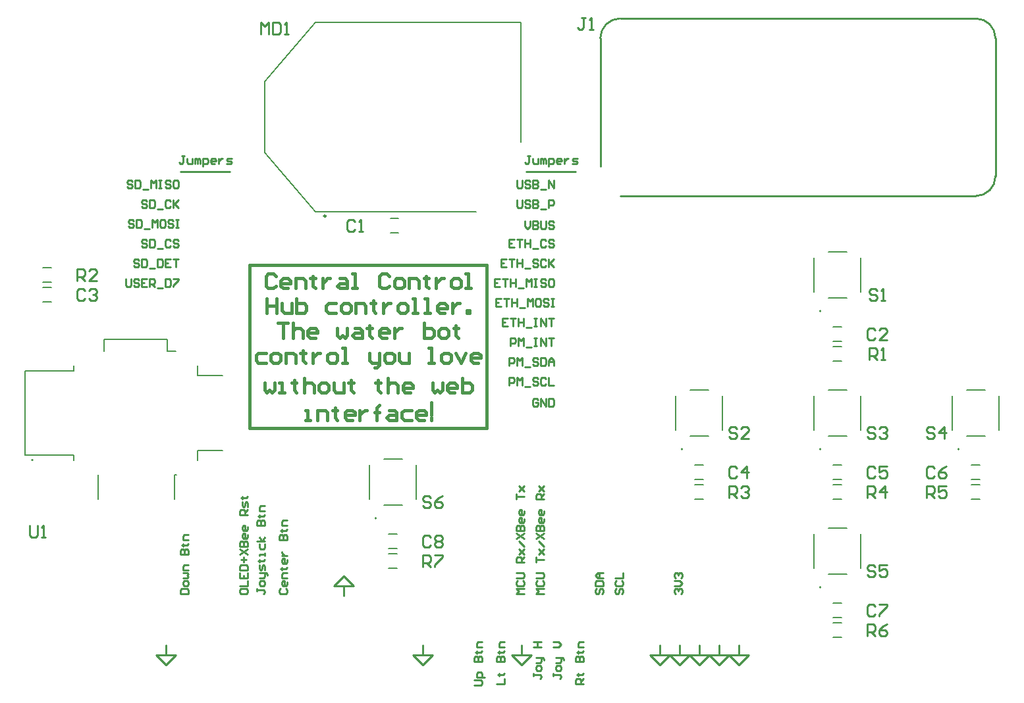
<source format=gto>
G04*
G04 #@! TF.GenerationSoftware,Altium Limited,Altium Designer,22.9.1 (49)*
G04*
G04 Layer_Color=65535*
%FSLAX24Y24*%
%MOIN*%
G70*
G04*
G04 #@! TF.SameCoordinates,D869CEA3-EDD9-45C0-ACDC-C570693A3B7D*
G04*
G04*
G04 #@! TF.FilePolarity,Positive*
G04*
G01*
G75*
%ADD10C,0.0079*%
%ADD11C,0.0098*%
%ADD12C,0.0100*%
%ADD13C,0.0150*%
%ADD14C,0.0050*%
D10*
X35663Y19170D02*
G03*
X35663Y19170I-39J0D01*
G01*
X18283Y22118D02*
G03*
X18283Y22118I-39J0D01*
G01*
X58163Y15670D02*
G03*
X58163Y15670I-39J0D01*
G01*
X65163Y22670D02*
G03*
X65163Y22670I-39J0D01*
G01*
X58163D02*
G03*
X58163Y22670I-39J0D01*
G01*
X51163D02*
G03*
X51163Y22670I-39J0D01*
G01*
X58163Y29670D02*
G03*
X58163Y29670I-39J0D01*
G01*
X42984Y38250D02*
Y44299D01*
X32587Y34701D02*
X40701D01*
X30016Y37689D02*
Y41311D01*
Y37689D02*
X32587Y34701D01*
X30016Y41311D02*
X32587Y44299D01*
X42984D01*
D11*
X33104Y34484D02*
G03*
X33104Y34484I-49J0D01*
G01*
D12*
X48000Y44500D02*
G03*
X47000Y43500I0J-1000D01*
G01*
X66000Y35500D02*
G03*
X67000Y36500I0J1000D01*
G01*
Y43500D02*
G03*
X66000Y44500I-1000J0D01*
G01*
X54000Y11750D02*
X54500Y12250D01*
X53750D02*
X54500D01*
X54000D02*
Y12750D01*
X53500Y12250D02*
X54000Y11750D01*
X53500Y12250D02*
X53750D01*
X53000Y11750D02*
X53500Y12250D01*
X52750D02*
X53500D01*
X53000D02*
Y12750D01*
X52500Y12250D02*
X53000Y11750D01*
X52500Y12250D02*
X52750D01*
X52000Y11750D02*
X52500Y12250D01*
X51750D02*
X52500D01*
X52000D02*
Y12750D01*
X51500Y12250D02*
X52000Y11750D01*
X51500Y12250D02*
X51750D01*
X51000Y11750D02*
X51500Y12250D01*
X50750D02*
X51500D01*
X51000D02*
Y12750D01*
X50500Y12250D02*
X51000Y11750D01*
X50500Y12250D02*
X50750D01*
X50000Y11750D02*
X50500Y12250D01*
X49750D02*
X50500D01*
X50000D02*
Y12750D01*
X49500Y12250D02*
X50000Y11750D01*
X49500Y12250D02*
X49750D01*
X43000Y11750D02*
X43500Y12250D01*
X42750D02*
X43500D01*
X43000D02*
Y12750D01*
X42500Y12250D02*
X43000Y11750D01*
X42500Y12250D02*
X42750D01*
X38000Y11750D02*
X38500Y12250D01*
X37750D02*
X38500D01*
X38000D02*
Y12750D01*
X37500Y12250D02*
X38000Y11750D01*
X37500Y12250D02*
X37750D01*
X25000Y11750D02*
X25500Y12250D01*
X24750D02*
X25500D01*
X25000D02*
Y12750D01*
X24500Y12250D02*
X25000Y11750D01*
X24500Y12250D02*
X24750D01*
X43250Y36750D02*
X45750D01*
X47000Y37000D02*
Y43500D01*
X34250Y15750D02*
X34500D01*
X34000Y16250D02*
X34500Y15750D01*
X34000Y15250D02*
Y15750D01*
X33500D02*
X34250D01*
X33500D02*
X34000Y16250D01*
X25750Y36750D02*
X28250D01*
X67000Y36500D02*
Y43500D01*
X48000Y44500D02*
X66000D01*
X48000Y35500D02*
X66000D01*
X38400Y20200D02*
X38300Y20300D01*
X38100D01*
X38000Y20200D01*
Y20100D01*
X38100Y20000D01*
X38300D01*
X38400Y19900D01*
Y19800D01*
X38300Y19700D01*
X38100D01*
X38000Y19800D01*
X39000Y20300D02*
X38800Y20200D01*
X38600Y20000D01*
Y19800D01*
X38700Y19700D01*
X38900D01*
X39000Y19800D01*
Y19900D01*
X38900Y20000D01*
X38600D01*
X38400Y18200D02*
X38300Y18300D01*
X38100D01*
X38000Y18200D01*
Y17800D01*
X38100Y17700D01*
X38300D01*
X38400Y17800D01*
X38600Y18200D02*
X38700Y18300D01*
X38900D01*
X39000Y18200D01*
Y18100D01*
X38900Y18000D01*
X39000Y17900D01*
Y17800D01*
X38900Y17700D01*
X38700D01*
X38600Y17800D01*
Y17900D01*
X38700Y18000D01*
X38600Y18100D01*
Y18200D01*
X38700Y18000D02*
X38900D01*
X38000Y16700D02*
Y17300D01*
X38300D01*
X38400Y17200D01*
Y17000D01*
X38300Y16900D01*
X38000D01*
X38200D02*
X38400Y16700D01*
X38600Y17300D02*
X39000D01*
Y17200D01*
X38600Y16800D01*
Y16700D01*
X43434Y37533D02*
X43300D01*
X43367D01*
Y37200D01*
X43300Y37133D01*
X43234D01*
X43167Y37200D01*
X43567Y37400D02*
Y37200D01*
X43634Y37133D01*
X43834D01*
Y37400D01*
X43967Y37133D02*
Y37400D01*
X44033D01*
X44100Y37333D01*
Y37133D01*
Y37333D01*
X44167Y37400D01*
X44233Y37333D01*
Y37133D01*
X44367Y37000D02*
Y37400D01*
X44567D01*
X44633Y37333D01*
Y37200D01*
X44567Y37133D01*
X44367D01*
X44967D02*
X44833D01*
X44767Y37200D01*
Y37333D01*
X44833Y37400D01*
X44967D01*
X45033Y37333D01*
Y37267D01*
X44767D01*
X45166Y37400D02*
Y37133D01*
Y37267D01*
X45233Y37333D01*
X45300Y37400D01*
X45366D01*
X45566Y37133D02*
X45766D01*
X45833Y37200D01*
X45766Y37267D01*
X45633D01*
X45566Y37333D01*
X45633Y37400D01*
X45833D01*
X28750Y15550D02*
Y15417D01*
X28817Y15350D01*
X29083D01*
X29150Y15417D01*
Y15550D01*
X29083Y15617D01*
X28817D01*
X28750Y15550D01*
Y15750D02*
X29150D01*
Y16016D01*
X28750Y16416D02*
Y16150D01*
X29150D01*
Y16416D01*
X28950Y16150D02*
Y16283D01*
X28750Y16550D02*
X29150D01*
Y16750D01*
X29083Y16816D01*
X28817D01*
X28750Y16750D01*
Y16550D01*
X28950Y16949D02*
Y17216D01*
X28817Y17083D02*
X29083D01*
X28750Y17349D02*
X29150Y17616D01*
X28750D02*
X29150Y17349D01*
X28750Y17749D02*
X29150D01*
Y17949D01*
X29083Y18016D01*
X29017D01*
X28950Y17949D01*
Y17749D01*
Y17949D01*
X28883Y18016D01*
X28817D01*
X28750Y17949D01*
Y17749D01*
X29150Y18349D02*
Y18216D01*
X29083Y18149D01*
X28950D01*
X28883Y18216D01*
Y18349D01*
X28950Y18416D01*
X29017D01*
Y18149D01*
X29150Y18749D02*
Y18616D01*
X29083Y18549D01*
X28950D01*
X28883Y18616D01*
Y18749D01*
X28950Y18816D01*
X29017D01*
Y18549D01*
X29150Y19349D02*
X28750D01*
Y19549D01*
X28817Y19615D01*
X28950D01*
X29017Y19549D01*
Y19349D01*
Y19482D02*
X29150Y19615D01*
Y19749D02*
Y19949D01*
X29083Y20015D01*
X29017Y19949D01*
Y19815D01*
X28950Y19749D01*
X28883Y19815D01*
Y20015D01*
X28817Y20215D02*
X28883D01*
Y20148D01*
Y20282D01*
Y20215D01*
X29083D01*
X29150Y20282D01*
X43850Y25183D02*
X43784Y25250D01*
X43650D01*
X43584Y25183D01*
Y24917D01*
X43650Y24850D01*
X43784D01*
X43850Y24917D01*
Y25050D01*
X43717D01*
X43984Y24850D02*
Y25250D01*
X44250Y24850D01*
Y25250D01*
X44383D02*
Y24850D01*
X44583D01*
X44650Y24917D01*
Y25183D01*
X44583Y25250D01*
X44383D01*
X42384Y25917D02*
Y26317D01*
X42584D01*
X42651Y26250D01*
Y26117D01*
X42584Y26050D01*
X42384D01*
X42784Y25917D02*
Y26317D01*
X42917Y26183D01*
X43051Y26317D01*
Y25917D01*
X43184Y25850D02*
X43450D01*
X43850Y26250D02*
X43784Y26317D01*
X43650D01*
X43584Y26250D01*
Y26183D01*
X43650Y26117D01*
X43784D01*
X43850Y26050D01*
Y25983D01*
X43784Y25917D01*
X43650D01*
X43584Y25983D01*
X44250Y26250D02*
X44183Y26317D01*
X44050D01*
X43984Y26250D01*
Y25983D01*
X44050Y25917D01*
X44183D01*
X44250Y25983D01*
X44383Y26317D02*
Y25917D01*
X44650D01*
X42384Y26917D02*
Y27317D01*
X42584D01*
X42651Y27250D01*
Y27117D01*
X42584Y27050D01*
X42384D01*
X42784Y26917D02*
Y27317D01*
X42917Y27183D01*
X43051Y27317D01*
Y26917D01*
X43184Y26850D02*
X43450D01*
X43850Y27250D02*
X43784Y27317D01*
X43650D01*
X43584Y27250D01*
Y27183D01*
X43650Y27117D01*
X43784D01*
X43850Y27050D01*
Y26983D01*
X43784Y26917D01*
X43650D01*
X43584Y26983D01*
X43984Y27317D02*
Y26917D01*
X44183D01*
X44250Y26983D01*
Y27250D01*
X44183Y27317D01*
X43984D01*
X44383Y26917D02*
Y27183D01*
X44517Y27317D01*
X44650Y27183D01*
Y26917D01*
Y27117D01*
X44383D01*
X42451Y27917D02*
Y28317D01*
X42651D01*
X42717Y28250D01*
Y28117D01*
X42651Y28050D01*
X42451D01*
X42851Y27917D02*
Y28317D01*
X42984Y28183D01*
X43117Y28317D01*
Y27917D01*
X43250Y27850D02*
X43517D01*
X43650Y28317D02*
X43784D01*
X43717D01*
Y27917D01*
X43650D01*
X43784D01*
X43984D02*
Y28317D01*
X44250Y27917D01*
Y28317D01*
X44383D02*
X44650D01*
X44517D01*
Y27917D01*
X42317Y29317D02*
X42051D01*
Y28917D01*
X42317D01*
X42051Y29117D02*
X42184D01*
X42451Y29317D02*
X42717D01*
X42584D01*
Y28917D01*
X42851Y29317D02*
Y28917D01*
Y29117D01*
X43117D01*
Y29317D01*
Y28917D01*
X43250Y28850D02*
X43517D01*
X43650Y29317D02*
X43784D01*
X43717D01*
Y28917D01*
X43650D01*
X43784D01*
X43984D02*
Y29317D01*
X44250Y28917D01*
Y29317D01*
X44383D02*
X44650D01*
X44517D01*
Y28917D01*
X41984Y30317D02*
X41718D01*
Y29917D01*
X41984D01*
X41718Y30117D02*
X41851D01*
X42117Y30317D02*
X42384D01*
X42251D01*
Y29917D01*
X42517Y30317D02*
Y29917D01*
Y30117D01*
X42784D01*
Y30317D01*
Y29917D01*
X42917Y29850D02*
X43184D01*
X43317Y29917D02*
Y30317D01*
X43450Y30183D01*
X43584Y30317D01*
Y29917D01*
X43917Y30317D02*
X43784D01*
X43717Y30250D01*
Y29983D01*
X43784Y29917D01*
X43917D01*
X43984Y29983D01*
Y30250D01*
X43917Y30317D01*
X44383Y30250D02*
X44317Y30317D01*
X44183D01*
X44117Y30250D01*
Y30183D01*
X44183Y30117D01*
X44317D01*
X44383Y30050D01*
Y29983D01*
X44317Y29917D01*
X44183D01*
X44117Y29983D01*
X44517Y30317D02*
X44650D01*
X44583D01*
Y29917D01*
X44517D01*
X44650D01*
X41918Y31317D02*
X41651D01*
Y30917D01*
X41918D01*
X41651Y31117D02*
X41784D01*
X42051Y31317D02*
X42317D01*
X42184D01*
Y30917D01*
X42451Y31317D02*
Y30917D01*
Y31117D01*
X42717D01*
Y31317D01*
Y30917D01*
X42851Y30850D02*
X43117D01*
X43250Y30917D02*
Y31317D01*
X43384Y31183D01*
X43517Y31317D01*
Y30917D01*
X43650Y31317D02*
X43784D01*
X43717D01*
Y30917D01*
X43650D01*
X43784D01*
X44250Y31250D02*
X44183Y31317D01*
X44050D01*
X43984Y31250D01*
Y31183D01*
X44050Y31117D01*
X44183D01*
X44250Y31050D01*
Y30983D01*
X44183Y30917D01*
X44050D01*
X43984Y30983D01*
X44583Y31317D02*
X44450D01*
X44383Y31250D01*
Y30983D01*
X44450Y30917D01*
X44583D01*
X44650Y30983D01*
Y31250D01*
X44583Y31317D01*
X42251Y32317D02*
X41984D01*
Y31917D01*
X42251D01*
X41984Y32117D02*
X42117D01*
X42384Y32317D02*
X42651D01*
X42517D01*
Y31917D01*
X42784Y32317D02*
Y31917D01*
Y32117D01*
X43051D01*
Y32317D01*
Y31917D01*
X43184Y31850D02*
X43450D01*
X43850Y32250D02*
X43784Y32317D01*
X43650D01*
X43584Y32250D01*
Y32183D01*
X43650Y32117D01*
X43784D01*
X43850Y32050D01*
Y31983D01*
X43784Y31917D01*
X43650D01*
X43584Y31983D01*
X44250Y32250D02*
X44183Y32317D01*
X44050D01*
X43984Y32250D01*
Y31983D01*
X44050Y31917D01*
X44183D01*
X44250Y31983D01*
X44383Y32317D02*
Y31917D01*
Y32050D01*
X44650Y32317D01*
X44450Y32117D01*
X44650Y31917D01*
X42651Y33317D02*
X42384D01*
Y32917D01*
X42651D01*
X42384Y33117D02*
X42517D01*
X42784Y33317D02*
X43051D01*
X42917D01*
Y32917D01*
X43184Y33317D02*
Y32917D01*
Y33117D01*
X43450D01*
Y33317D01*
Y32917D01*
X43584Y32850D02*
X43850D01*
X44250Y33250D02*
X44183Y33317D01*
X44050D01*
X43984Y33250D01*
Y32983D01*
X44050Y32917D01*
X44183D01*
X44250Y32983D01*
X44650Y33250D02*
X44583Y33317D01*
X44450D01*
X44383Y33250D01*
Y33183D01*
X44450Y33117D01*
X44583D01*
X44650Y33050D01*
Y32983D01*
X44583Y32917D01*
X44450D01*
X44383Y32983D01*
X43184Y34250D02*
Y33983D01*
X43317Y33850D01*
X43450Y33983D01*
Y34250D01*
X43584D02*
Y33850D01*
X43784D01*
X43850Y33917D01*
Y33983D01*
X43784Y34050D01*
X43584D01*
X43784D01*
X43850Y34117D01*
Y34183D01*
X43784Y34250D01*
X43584D01*
X43984D02*
Y33917D01*
X44050Y33850D01*
X44183D01*
X44250Y33917D01*
Y34250D01*
X44650Y34183D02*
X44583Y34250D01*
X44450D01*
X44383Y34183D01*
Y34117D01*
X44450Y34050D01*
X44583D01*
X44650Y33983D01*
Y33917D01*
X44583Y33850D01*
X44450D01*
X44383Y33917D01*
X42784Y35317D02*
Y34983D01*
X42851Y34917D01*
X42984D01*
X43051Y34983D01*
Y35317D01*
X43450Y35250D02*
X43384Y35317D01*
X43250D01*
X43184Y35250D01*
Y35183D01*
X43250Y35117D01*
X43384D01*
X43450Y35050D01*
Y34983D01*
X43384Y34917D01*
X43250D01*
X43184Y34983D01*
X43584Y35317D02*
Y34917D01*
X43784D01*
X43850Y34983D01*
Y35050D01*
X43784Y35117D01*
X43584D01*
X43784D01*
X43850Y35183D01*
Y35250D01*
X43784Y35317D01*
X43584D01*
X43984Y34850D02*
X44250D01*
X44383Y34917D02*
Y35317D01*
X44583D01*
X44650Y35250D01*
Y35117D01*
X44583Y35050D01*
X44383D01*
X42784Y36317D02*
Y35983D01*
X42851Y35917D01*
X42984D01*
X43051Y35983D01*
Y36317D01*
X43450Y36250D02*
X43384Y36317D01*
X43250D01*
X43184Y36250D01*
Y36183D01*
X43250Y36117D01*
X43384D01*
X43450Y36050D01*
Y35983D01*
X43384Y35917D01*
X43250D01*
X43184Y35983D01*
X43584Y36317D02*
Y35917D01*
X43784D01*
X43850Y35983D01*
Y36050D01*
X43784Y36117D01*
X43584D01*
X43784D01*
X43850Y36183D01*
Y36250D01*
X43784Y36317D01*
X43584D01*
X43984Y35850D02*
X44250D01*
X44383Y35917D02*
Y36317D01*
X44650Y35917D01*
Y36317D01*
X25934Y37533D02*
X25800D01*
X25867D01*
Y37200D01*
X25800Y37133D01*
X25734D01*
X25667Y37200D01*
X26067Y37400D02*
Y37200D01*
X26134Y37133D01*
X26334D01*
Y37400D01*
X26467Y37133D02*
Y37400D01*
X26533D01*
X26600Y37333D01*
Y37133D01*
Y37333D01*
X26667Y37400D01*
X26733Y37333D01*
Y37133D01*
X26867Y37000D02*
Y37400D01*
X27067D01*
X27133Y37333D01*
Y37200D01*
X27067Y37133D01*
X26867D01*
X27467D02*
X27333D01*
X27267Y37200D01*
Y37333D01*
X27333Y37400D01*
X27467D01*
X27533Y37333D01*
Y37267D01*
X27267D01*
X27666Y37400D02*
Y37133D01*
Y37267D01*
X27733Y37333D01*
X27800Y37400D01*
X27866D01*
X28066Y37133D02*
X28266D01*
X28333Y37200D01*
X28266Y37267D01*
X28133D01*
X28066Y37333D01*
X28133Y37400D01*
X28333D01*
X22984Y31317D02*
Y30983D01*
X23051Y30917D01*
X23184D01*
X23251Y30983D01*
Y31317D01*
X23651Y31250D02*
X23584Y31317D01*
X23451D01*
X23384Y31250D01*
Y31183D01*
X23451Y31117D01*
X23584D01*
X23651Y31050D01*
Y30983D01*
X23584Y30917D01*
X23451D01*
X23384Y30983D01*
X24051Y31317D02*
X23784D01*
Y30917D01*
X24051D01*
X23784Y31117D02*
X23917D01*
X24184Y30917D02*
Y31317D01*
X24384D01*
X24450Y31250D01*
Y31117D01*
X24384Y31050D01*
X24184D01*
X24317D02*
X24450Y30917D01*
X24584Y30850D02*
X24850D01*
X24984Y31317D02*
Y30917D01*
X25183D01*
X25250Y30983D01*
Y31250D01*
X25183Y31317D01*
X24984D01*
X25383D02*
X25650D01*
Y31250D01*
X25383Y30983D01*
Y30917D01*
X23651Y32250D02*
X23584Y32317D01*
X23451D01*
X23384Y32250D01*
Y32183D01*
X23451Y32117D01*
X23584D01*
X23651Y32050D01*
Y31983D01*
X23584Y31917D01*
X23451D01*
X23384Y31983D01*
X23784Y32317D02*
Y31917D01*
X23984D01*
X24051Y31983D01*
Y32250D01*
X23984Y32317D01*
X23784D01*
X24184Y31850D02*
X24450D01*
X24584Y32317D02*
Y31917D01*
X24784D01*
X24850Y31983D01*
Y32250D01*
X24784Y32317D01*
X24584D01*
X25250D02*
X24984D01*
Y31917D01*
X25250D01*
X24984Y32117D02*
X25117D01*
X25383Y32317D02*
X25650D01*
X25517D01*
Y31917D01*
X24051Y33250D02*
X23984Y33317D01*
X23851D01*
X23784Y33250D01*
Y33183D01*
X23851Y33117D01*
X23984D01*
X24051Y33050D01*
Y32983D01*
X23984Y32917D01*
X23851D01*
X23784Y32983D01*
X24184Y33317D02*
Y32917D01*
X24384D01*
X24450Y32983D01*
Y33250D01*
X24384Y33317D01*
X24184D01*
X24584Y32850D02*
X24850D01*
X25250Y33250D02*
X25183Y33317D01*
X25050D01*
X24984Y33250D01*
Y32983D01*
X25050Y32917D01*
X25183D01*
X25250Y32983D01*
X25650Y33250D02*
X25583Y33317D01*
X25450D01*
X25383Y33250D01*
Y33183D01*
X25450Y33117D01*
X25583D01*
X25650Y33050D01*
Y32983D01*
X25583Y32917D01*
X25450D01*
X25383Y32983D01*
X23384Y34250D02*
X23317Y34317D01*
X23184D01*
X23117Y34250D01*
Y34183D01*
X23184Y34117D01*
X23317D01*
X23384Y34050D01*
Y33983D01*
X23317Y33917D01*
X23184D01*
X23117Y33983D01*
X23517Y34317D02*
Y33917D01*
X23717D01*
X23784Y33983D01*
Y34250D01*
X23717Y34317D01*
X23517D01*
X23917Y33850D02*
X24184D01*
X24317Y33917D02*
Y34317D01*
X24450Y34183D01*
X24584Y34317D01*
Y33917D01*
X24917Y34317D02*
X24784D01*
X24717Y34250D01*
Y33983D01*
X24784Y33917D01*
X24917D01*
X24984Y33983D01*
Y34250D01*
X24917Y34317D01*
X25383Y34250D02*
X25317Y34317D01*
X25183D01*
X25117Y34250D01*
Y34183D01*
X25183Y34117D01*
X25317D01*
X25383Y34050D01*
Y33983D01*
X25317Y33917D01*
X25183D01*
X25117Y33983D01*
X25517Y34317D02*
X25650D01*
X25583D01*
Y33917D01*
X25517D01*
X25650D01*
X24051Y35250D02*
X23984Y35317D01*
X23851D01*
X23784Y35250D01*
Y35183D01*
X23851Y35117D01*
X23984D01*
X24051Y35050D01*
Y34983D01*
X23984Y34917D01*
X23851D01*
X23784Y34983D01*
X24184Y35317D02*
Y34917D01*
X24384D01*
X24450Y34983D01*
Y35250D01*
X24384Y35317D01*
X24184D01*
X24584Y34850D02*
X24850D01*
X25250Y35250D02*
X25183Y35317D01*
X25050D01*
X24984Y35250D01*
Y34983D01*
X25050Y34917D01*
X25183D01*
X25250Y34983D01*
X25383Y35317D02*
Y34917D01*
Y35050D01*
X25650Y35317D01*
X25450Y35117D01*
X25650Y34917D01*
X23317Y36250D02*
X23251Y36317D01*
X23117D01*
X23051Y36250D01*
Y36183D01*
X23117Y36117D01*
X23251D01*
X23317Y36050D01*
Y35983D01*
X23251Y35917D01*
X23117D01*
X23051Y35983D01*
X23451Y36317D02*
Y35917D01*
X23651D01*
X23717Y35983D01*
Y36250D01*
X23651Y36317D01*
X23451D01*
X23851Y35850D02*
X24117D01*
X24250Y35917D02*
Y36317D01*
X24384Y36183D01*
X24517Y36317D01*
Y35917D01*
X24650Y36317D02*
X24784D01*
X24717D01*
Y35917D01*
X24650D01*
X24784D01*
X25250Y36250D02*
X25183Y36317D01*
X25050D01*
X24984Y36250D01*
Y36183D01*
X25050Y36117D01*
X25183D01*
X25250Y36050D01*
Y35983D01*
X25183Y35917D01*
X25050D01*
X24984Y35983D01*
X25583Y36317D02*
X25450D01*
X25383Y36250D01*
Y35983D01*
X25450Y35917D01*
X25583D01*
X25650Y35983D01*
Y36250D01*
X25583Y36317D01*
X46150Y10767D02*
X45750D01*
Y10967D01*
X45817Y11034D01*
X45950D01*
X46017Y10967D01*
Y10767D01*
Y10901D02*
X46150Y11034D01*
X45817Y11234D02*
X45883D01*
Y11167D01*
Y11301D01*
Y11234D01*
X46083D01*
X46150Y11301D01*
X45750Y11900D02*
X46150D01*
Y12100D01*
X46083Y12167D01*
X46017D01*
X45950Y12100D01*
Y11900D01*
Y12100D01*
X45883Y12167D01*
X45817D01*
X45750Y12100D01*
Y11900D01*
X45817Y12367D02*
X45883D01*
Y12300D01*
Y12433D01*
Y12367D01*
X46083D01*
X46150Y12433D01*
Y12633D02*
X45883D01*
Y12833D01*
X45950Y12900D01*
X46150D01*
X44617Y11301D02*
Y11167D01*
Y11234D01*
X44950D01*
X45017Y11167D01*
Y11101D01*
X44950Y11034D01*
X45017Y11500D02*
Y11634D01*
X44950Y11700D01*
X44817D01*
X44750Y11634D01*
Y11500D01*
X44817Y11434D01*
X44950D01*
X45017Y11500D01*
X44750Y11834D02*
X44950D01*
X45017Y11900D01*
Y12100D01*
X45083D01*
X45150Y12034D01*
Y11967D01*
X45017Y12100D02*
X44750D01*
X44617Y12633D02*
X44883D01*
X45017Y12767D01*
X44883Y12900D01*
X44617D01*
X43617Y11301D02*
Y11167D01*
Y11234D01*
X43950D01*
X44017Y11167D01*
Y11101D01*
X43950Y11034D01*
X44017Y11500D02*
Y11634D01*
X43950Y11700D01*
X43817D01*
X43750Y11634D01*
Y11500D01*
X43817Y11434D01*
X43950D01*
X44017Y11500D01*
X43750Y11834D02*
X43950D01*
X44017Y11900D01*
Y12100D01*
X44083D01*
X44150Y12034D01*
Y11967D01*
X44017Y12100D02*
X43750D01*
X43617Y12633D02*
X44017D01*
X43817D01*
Y12900D01*
X43617D01*
X44017D01*
X41750Y10767D02*
X42150D01*
Y11034D01*
X41817Y11234D02*
X41883D01*
Y11167D01*
Y11301D01*
Y11234D01*
X42083D01*
X42150Y11301D01*
X41750Y11900D02*
X42150D01*
Y12100D01*
X42083Y12167D01*
X42017D01*
X41950Y12100D01*
Y11900D01*
Y12100D01*
X41883Y12167D01*
X41817D01*
X41750Y12100D01*
Y11900D01*
X41817Y12367D02*
X41883D01*
Y12300D01*
Y12433D01*
Y12367D01*
X42083D01*
X42150Y12433D01*
Y12633D02*
X41883D01*
Y12833D01*
X41950Y12900D01*
X42150D01*
X40617Y10701D02*
X40950D01*
X41017Y10767D01*
Y10901D01*
X40950Y10967D01*
X40617D01*
X41150Y11101D02*
X40750D01*
Y11301D01*
X40817Y11367D01*
X40950D01*
X41017Y11301D01*
Y11101D01*
X40617Y11900D02*
X41017D01*
Y12100D01*
X40950Y12167D01*
X40883D01*
X40817Y12100D01*
Y11900D01*
Y12100D01*
X40750Y12167D01*
X40683D01*
X40617Y12100D01*
Y11900D01*
X40683Y12367D02*
X40750D01*
Y12300D01*
Y12433D01*
Y12367D01*
X40950D01*
X41017Y12433D01*
Y12633D02*
X40750D01*
Y12833D01*
X40817Y12900D01*
X41017D01*
X50817Y15350D02*
X50750Y15417D01*
Y15550D01*
X50817Y15617D01*
X50883D01*
X50950Y15550D01*
Y15483D01*
Y15550D01*
X51017Y15617D01*
X51083D01*
X51150Y15550D01*
Y15417D01*
X51083Y15350D01*
X50750Y15750D02*
X51017D01*
X51150Y15883D01*
X51017Y16016D01*
X50750D01*
X50817Y16150D02*
X50750Y16216D01*
Y16350D01*
X50817Y16416D01*
X50883D01*
X50950Y16350D01*
Y16283D01*
Y16350D01*
X51017Y16416D01*
X51083D01*
X51150Y16350D01*
Y16216D01*
X51083Y16150D01*
X47817Y15617D02*
X47750Y15550D01*
Y15417D01*
X47817Y15350D01*
X47883D01*
X47950Y15417D01*
Y15550D01*
X48017Y15617D01*
X48083D01*
X48150Y15550D01*
Y15417D01*
X48083Y15350D01*
X47817Y16016D02*
X47750Y15950D01*
Y15817D01*
X47817Y15750D01*
X48083D01*
X48150Y15817D01*
Y15950D01*
X48083Y16016D01*
X47750Y16150D02*
X48150D01*
Y16416D01*
X46817Y15617D02*
X46750Y15550D01*
Y15417D01*
X46817Y15350D01*
X46883D01*
X46950Y15417D01*
Y15550D01*
X47017Y15617D01*
X47083D01*
X47150Y15550D01*
Y15417D01*
X47083Y15350D01*
X46750Y15750D02*
X47150D01*
Y15950D01*
X47083Y16016D01*
X46817D01*
X46750Y15950D01*
Y15750D01*
X47150Y16150D02*
X46883D01*
X46750Y16283D01*
X46883Y16416D01*
X47150D01*
X46950D01*
Y16150D01*
X43150Y15350D02*
X42750D01*
X42883Y15483D01*
X42750Y15617D01*
X43150D01*
X42817Y16016D02*
X42750Y15950D01*
Y15817D01*
X42817Y15750D01*
X43083D01*
X43150Y15817D01*
Y15950D01*
X43083Y16016D01*
X42750Y16150D02*
X43083D01*
X43150Y16216D01*
Y16350D01*
X43083Y16416D01*
X42750D01*
X43150Y16949D02*
X42750D01*
Y17149D01*
X42817Y17216D01*
X42950D01*
X43017Y17149D01*
Y16949D01*
Y17083D02*
X43150Y17216D01*
X42883Y17349D02*
X43150Y17616D01*
X43017Y17483D01*
X42883Y17616D01*
X43150Y17349D01*
Y17749D02*
X42883Y18016D01*
X42750Y18149D02*
X43150Y18416D01*
X42750D02*
X43150Y18149D01*
X42750Y18549D02*
X43150D01*
Y18749D01*
X43083Y18816D01*
X43017D01*
X42950Y18749D01*
Y18549D01*
Y18749D01*
X42883Y18816D01*
X42817D01*
X42750Y18749D01*
Y18549D01*
X43150Y19149D02*
Y19015D01*
X43083Y18949D01*
X42950D01*
X42883Y19015D01*
Y19149D01*
X42950Y19215D01*
X43017D01*
Y18949D01*
X43150Y19549D02*
Y19415D01*
X43083Y19349D01*
X42950D01*
X42883Y19415D01*
Y19549D01*
X42950Y19615D01*
X43017D01*
Y19349D01*
X42750Y20148D02*
Y20415D01*
Y20282D01*
X43150D01*
X42883Y20548D02*
X43150Y20815D01*
X43017Y20682D01*
X42883Y20815D01*
X43150Y20548D01*
X44150Y15350D02*
X43750D01*
X43883Y15483D01*
X43750Y15617D01*
X44150D01*
X43817Y16016D02*
X43750Y15950D01*
Y15817D01*
X43817Y15750D01*
X44083D01*
X44150Y15817D01*
Y15950D01*
X44083Y16016D01*
X43750Y16150D02*
X44083D01*
X44150Y16216D01*
Y16350D01*
X44083Y16416D01*
X43750D01*
Y16949D02*
Y17216D01*
Y17083D01*
X44150D01*
X43883Y17349D02*
X44150Y17616D01*
X44017Y17483D01*
X43883Y17616D01*
X44150Y17349D01*
Y17749D02*
X43883Y18016D01*
X43750Y18149D02*
X44150Y18416D01*
X43750D02*
X44150Y18149D01*
X43750Y18549D02*
X44150D01*
Y18749D01*
X44083Y18816D01*
X44017D01*
X43950Y18749D01*
Y18549D01*
Y18749D01*
X43883Y18816D01*
X43817D01*
X43750Y18749D01*
Y18549D01*
X44150Y19149D02*
Y19015D01*
X44083Y18949D01*
X43950D01*
X43883Y19015D01*
Y19149D01*
X43950Y19215D01*
X44017D01*
Y18949D01*
X44150Y19549D02*
Y19415D01*
X44083Y19349D01*
X43950D01*
X43883Y19415D01*
Y19549D01*
X43950Y19615D01*
X44017D01*
Y19349D01*
X44150Y20148D02*
X43750D01*
Y20348D01*
X43817Y20415D01*
X43950D01*
X44017Y20348D01*
Y20148D01*
Y20282D02*
X44150Y20415D01*
X43883Y20548D02*
X44150Y20815D01*
X44017Y20682D01*
X43883Y20815D01*
X44150Y20548D01*
X30817Y15617D02*
X30750Y15550D01*
Y15417D01*
X30817Y15350D01*
X31083D01*
X31150Y15417D01*
Y15550D01*
X31083Y15617D01*
X31150Y15950D02*
Y15817D01*
X31083Y15750D01*
X30950D01*
X30883Y15817D01*
Y15950D01*
X30950Y16016D01*
X31017D01*
Y15750D01*
X31150Y16150D02*
X30883D01*
Y16350D01*
X30950Y16416D01*
X31150D01*
X30817Y16616D02*
X30883D01*
Y16550D01*
Y16683D01*
Y16616D01*
X31083D01*
X31150Y16683D01*
Y17083D02*
Y16949D01*
X31083Y16883D01*
X30950D01*
X30883Y16949D01*
Y17083D01*
X30950Y17149D01*
X31017D01*
Y16883D01*
X30883Y17283D02*
X31150D01*
X31017D01*
X30950Y17349D01*
X30883Y17416D01*
Y17483D01*
X30750Y18082D02*
X31150D01*
Y18282D01*
X31083Y18349D01*
X31017D01*
X30950Y18282D01*
Y18082D01*
Y18282D01*
X30883Y18349D01*
X30817D01*
X30750Y18282D01*
Y18082D01*
X30817Y18549D02*
X30883D01*
Y18482D01*
Y18616D01*
Y18549D01*
X31083D01*
X31150Y18616D01*
Y18816D02*
X30883D01*
Y19015D01*
X30950Y19082D01*
X31150D01*
X29617Y15617D02*
Y15483D01*
Y15550D01*
X29950D01*
X30017Y15483D01*
Y15417D01*
X29950Y15350D01*
X30017Y15817D02*
Y15950D01*
X29950Y16016D01*
X29817D01*
X29750Y15950D01*
Y15817D01*
X29817Y15750D01*
X29950D01*
X30017Y15817D01*
X29750Y16150D02*
X29950D01*
X30017Y16216D01*
Y16416D01*
X30083D01*
X30150Y16350D01*
Y16283D01*
X30017Y16416D02*
X29750D01*
X30017Y16550D02*
Y16750D01*
X29950Y16816D01*
X29883Y16750D01*
Y16616D01*
X29817Y16550D01*
X29750Y16616D01*
Y16816D01*
X29683Y17016D02*
X29750D01*
Y16949D01*
Y17083D01*
Y17016D01*
X29950D01*
X30017Y17083D01*
Y17283D02*
Y17416D01*
Y17349D01*
X29750D01*
Y17283D01*
Y17883D02*
Y17683D01*
X29817Y17616D01*
X29950D01*
X30017Y17683D01*
Y17883D01*
Y18016D02*
X29617D01*
X29883D02*
X29750Y18216D01*
X29883Y18016D02*
X30017Y18216D01*
X29617Y18816D02*
X30017D01*
Y19015D01*
X29950Y19082D01*
X29883D01*
X29817Y19015D01*
Y18816D01*
Y19015D01*
X29750Y19082D01*
X29683D01*
X29617Y19015D01*
Y18816D01*
X29683Y19282D02*
X29750D01*
Y19215D01*
Y19349D01*
Y19282D01*
X29950D01*
X30017Y19349D01*
Y19549D02*
X29750D01*
Y19749D01*
X29817Y19815D01*
X30017D01*
X25750Y15350D02*
X26150D01*
Y15550D01*
X26083Y15617D01*
X25817D01*
X25750Y15550D01*
Y15350D01*
X26150Y15817D02*
Y15950D01*
X26083Y16016D01*
X25950D01*
X25883Y15950D01*
Y15817D01*
X25950Y15750D01*
X26083D01*
X26150Y15817D01*
X25883Y16150D02*
X26083D01*
X26150Y16216D01*
X26083Y16283D01*
X26150Y16350D01*
X26083Y16416D01*
X25883D01*
X26150Y16550D02*
X25883D01*
Y16750D01*
X25950Y16816D01*
X26150D01*
X25750Y17349D02*
X26150D01*
Y17549D01*
X26083Y17616D01*
X26017D01*
X25950Y17549D01*
Y17349D01*
Y17549D01*
X25883Y17616D01*
X25817D01*
X25750Y17549D01*
Y17349D01*
X25817Y17816D02*
X25883D01*
Y17749D01*
Y17883D01*
Y17816D01*
X26083D01*
X26150Y17883D01*
Y18082D02*
X25883D01*
Y18282D01*
X25950Y18349D01*
X26150D01*
X18100Y18800D02*
Y18300D01*
X18200Y18200D01*
X18400D01*
X18500Y18300D01*
Y18800D01*
X18700Y18200D02*
X18900D01*
X18800D01*
Y18800D01*
X18700Y18700D01*
X60900Y16700D02*
X60800Y16800D01*
X60600D01*
X60500Y16700D01*
Y16600D01*
X60600Y16500D01*
X60800D01*
X60900Y16400D01*
Y16300D01*
X60800Y16200D01*
X60600D01*
X60500Y16300D01*
X61500Y16800D02*
X61100D01*
Y16500D01*
X61300Y16600D01*
X61400D01*
X61500Y16500D01*
Y16300D01*
X61400Y16200D01*
X61200D01*
X61100Y16300D01*
X63900Y23700D02*
X63800Y23800D01*
X63600D01*
X63500Y23700D01*
Y23600D01*
X63600Y23500D01*
X63800D01*
X63900Y23400D01*
Y23300D01*
X63800Y23200D01*
X63600D01*
X63500Y23300D01*
X64400Y23200D02*
Y23800D01*
X64100Y23500D01*
X64500D01*
X60900Y23700D02*
X60800Y23800D01*
X60600D01*
X60500Y23700D01*
Y23600D01*
X60600Y23500D01*
X60800D01*
X60900Y23400D01*
Y23300D01*
X60800Y23200D01*
X60600D01*
X60500Y23300D01*
X61100Y23700D02*
X61200Y23800D01*
X61400D01*
X61500Y23700D01*
Y23600D01*
X61400Y23500D01*
X61300D01*
X61400D01*
X61500Y23400D01*
Y23300D01*
X61400Y23200D01*
X61200D01*
X61100Y23300D01*
X53900Y23700D02*
X53800Y23800D01*
X53600D01*
X53500Y23700D01*
Y23600D01*
X53600Y23500D01*
X53800D01*
X53900Y23400D01*
Y23300D01*
X53800Y23200D01*
X53600D01*
X53500Y23300D01*
X54500Y23200D02*
X54100D01*
X54500Y23600D01*
Y23700D01*
X54400Y23800D01*
X54200D01*
X54100Y23700D01*
X61000Y30700D02*
X60900Y30800D01*
X60700D01*
X60600Y30700D01*
Y30600D01*
X60700Y30500D01*
X60900D01*
X61000Y30400D01*
Y30300D01*
X60900Y30200D01*
X60700D01*
X60600Y30300D01*
X61200Y30200D02*
X61400D01*
X61300D01*
Y30800D01*
X61200Y30700D01*
X60500Y13200D02*
Y13800D01*
X60800D01*
X60900Y13700D01*
Y13500D01*
X60800Y13400D01*
X60500D01*
X60700D02*
X60900Y13200D01*
X61500Y13800D02*
X61300Y13700D01*
X61100Y13500D01*
Y13300D01*
X61200Y13200D01*
X61400D01*
X61500Y13300D01*
Y13400D01*
X61400Y13500D01*
X61100D01*
X63500Y20200D02*
Y20800D01*
X63800D01*
X63900Y20700D01*
Y20500D01*
X63800Y20400D01*
X63500D01*
X63700D02*
X63900Y20200D01*
X64500Y20800D02*
X64100D01*
Y20500D01*
X64300Y20600D01*
X64400D01*
X64500Y20500D01*
Y20300D01*
X64400Y20200D01*
X64200D01*
X64100Y20300D01*
X60500Y20200D02*
Y20800D01*
X60800D01*
X60900Y20700D01*
Y20500D01*
X60800Y20400D01*
X60500D01*
X60700D02*
X60900Y20200D01*
X61400D02*
Y20800D01*
X61100Y20500D01*
X61500D01*
X53500Y20200D02*
Y20800D01*
X53800D01*
X53900Y20700D01*
Y20500D01*
X53800Y20400D01*
X53500D01*
X53700D02*
X53900Y20200D01*
X54100Y20700D02*
X54200Y20800D01*
X54400D01*
X54500Y20700D01*
Y20600D01*
X54400Y20500D01*
X54300D01*
X54400D01*
X54500Y20400D01*
Y20300D01*
X54400Y20200D01*
X54200D01*
X54100Y20300D01*
X20500Y31200D02*
Y31800D01*
X20800D01*
X20900Y31700D01*
Y31500D01*
X20800Y31400D01*
X20500D01*
X20700D02*
X20900Y31200D01*
X21500D02*
X21100D01*
X21500Y31600D01*
Y31700D01*
X21400Y31800D01*
X21200D01*
X21100Y31700D01*
X60600Y27200D02*
Y27800D01*
X60900D01*
X61000Y27700D01*
Y27500D01*
X60900Y27400D01*
X60600D01*
X60800D02*
X61000Y27200D01*
X61200D02*
X61400D01*
X61300D01*
Y27800D01*
X61200Y27700D01*
X29800Y43700D02*
Y44300D01*
X30000Y44100D01*
X30200Y44300D01*
Y43700D01*
X30400Y44300D02*
Y43700D01*
X30700D01*
X30800Y43800D01*
Y44200D01*
X30700Y44300D01*
X30400D01*
X31000Y43700D02*
X31200D01*
X31100D01*
Y44300D01*
X31000Y44200D01*
X46250Y44550D02*
X46050D01*
X46150D01*
Y44050D01*
X46050Y43950D01*
X45950D01*
X45850Y44050D01*
X46450Y43950D02*
X46650D01*
X46550D01*
Y44550D01*
X46450Y44450D01*
X60900Y14700D02*
X60800Y14800D01*
X60600D01*
X60500Y14700D01*
Y14300D01*
X60600Y14200D01*
X60800D01*
X60900Y14300D01*
X61100Y14800D02*
X61500D01*
Y14700D01*
X61100Y14300D01*
Y14200D01*
X63900Y21700D02*
X63800Y21800D01*
X63600D01*
X63500Y21700D01*
Y21300D01*
X63600Y21200D01*
X63800D01*
X63900Y21300D01*
X64500Y21800D02*
X64300Y21700D01*
X64100Y21500D01*
Y21300D01*
X64200Y21200D01*
X64400D01*
X64500Y21300D01*
Y21400D01*
X64400Y21500D01*
X64100D01*
X60900Y21700D02*
X60800Y21800D01*
X60600D01*
X60500Y21700D01*
Y21300D01*
X60600Y21200D01*
X60800D01*
X60900Y21300D01*
X61500Y21800D02*
X61100D01*
Y21500D01*
X61300Y21600D01*
X61400D01*
X61500Y21500D01*
Y21300D01*
X61400Y21200D01*
X61200D01*
X61100Y21300D01*
X53900Y21700D02*
X53800Y21800D01*
X53600D01*
X53500Y21700D01*
Y21300D01*
X53600Y21200D01*
X53800D01*
X53900Y21300D01*
X54400Y21200D02*
Y21800D01*
X54100Y21500D01*
X54500D01*
X20900Y30700D02*
X20800Y30800D01*
X20600D01*
X20500Y30700D01*
Y30300D01*
X20600Y30200D01*
X20800D01*
X20900Y30300D01*
X21100Y30700D02*
X21200Y30800D01*
X21400D01*
X21500Y30700D01*
Y30600D01*
X21400Y30500D01*
X21300D01*
X21400D01*
X21500Y30400D01*
Y30300D01*
X21400Y30200D01*
X21200D01*
X21100Y30300D01*
X60900Y28700D02*
X60800Y28800D01*
X60600D01*
X60500Y28700D01*
Y28300D01*
X60600Y28200D01*
X60800D01*
X60900Y28300D01*
X61500Y28200D02*
X61100D01*
X61500Y28600D01*
Y28700D01*
X61400Y28800D01*
X61200D01*
X61100Y28700D01*
X34575Y34200D02*
X34475Y34300D01*
X34275D01*
X34175Y34200D01*
Y33800D01*
X34275Y33700D01*
X34475D01*
X34575Y33800D01*
X34775Y33700D02*
X34975D01*
X34875D01*
Y34300D01*
X34775Y34200D01*
D13*
X29250Y23750D02*
X41250D01*
X29250Y32000D02*
X41250D01*
Y23750D02*
Y32000D01*
X29250Y23750D02*
Y32000D01*
X30564Y31448D02*
X30439Y31573D01*
X30189D01*
X30064Y31448D01*
Y30948D01*
X30189Y30823D01*
X30439D01*
X30564Y30948D01*
X31189Y30823D02*
X30939D01*
X30814Y30948D01*
Y31198D01*
X30939Y31323D01*
X31189D01*
X31314Y31198D01*
Y31073D01*
X30814D01*
X31564Y30823D02*
Y31323D01*
X31939D01*
X32064Y31198D01*
Y30823D01*
X32438Y31448D02*
Y31323D01*
X32313D01*
X32563D01*
X32438D01*
Y30948D01*
X32563Y30823D01*
X32938Y31323D02*
Y30823D01*
Y31073D01*
X33063Y31198D01*
X33188Y31323D01*
X33313D01*
X33813D02*
X34063D01*
X34188Y31198D01*
Y30823D01*
X33813D01*
X33688Y30948D01*
X33813Y31073D01*
X34188D01*
X34438Y30823D02*
X34688D01*
X34563D01*
Y31573D01*
X34438D01*
X36312Y31448D02*
X36187Y31573D01*
X35937D01*
X35812Y31448D01*
Y30948D01*
X35937Y30823D01*
X36187D01*
X36312Y30948D01*
X36687Y30823D02*
X36937D01*
X37062Y30948D01*
Y31198D01*
X36937Y31323D01*
X36687D01*
X36562Y31198D01*
Y30948D01*
X36687Y30823D01*
X37312D02*
Y31323D01*
X37687D01*
X37812Y31198D01*
Y30823D01*
X38187Y31448D02*
Y31323D01*
X38062D01*
X38312D01*
X38187D01*
Y30948D01*
X38312Y30823D01*
X38686Y31323D02*
Y30823D01*
Y31073D01*
X38811Y31198D01*
X38936Y31323D01*
X39061D01*
X39561Y30823D02*
X39811D01*
X39936Y30948D01*
Y31198D01*
X39811Y31323D01*
X39561D01*
X39436Y31198D01*
Y30948D01*
X39561Y30823D01*
X40186D02*
X40436D01*
X40311D01*
Y31573D01*
X40186D01*
X30127Y30313D02*
Y29564D01*
Y29939D01*
X30626D01*
Y30313D01*
Y29564D01*
X30876Y30064D02*
Y29689D01*
X31001Y29564D01*
X31376D01*
Y30064D01*
X31626Y30313D02*
Y29564D01*
X32001D01*
X32126Y29689D01*
Y29814D01*
Y29939D01*
X32001Y30064D01*
X31626D01*
X33626D02*
X33251D01*
X33126Y29939D01*
Y29689D01*
X33251Y29564D01*
X33626D01*
X34000D02*
X34250D01*
X34375Y29689D01*
Y29939D01*
X34250Y30064D01*
X34000D01*
X33875Y29939D01*
Y29689D01*
X34000Y29564D01*
X34625D02*
Y30064D01*
X35000D01*
X35125Y29939D01*
Y29564D01*
X35500Y30189D02*
Y30064D01*
X35375D01*
X35625D01*
X35500D01*
Y29689D01*
X35625Y29564D01*
X36000Y30064D02*
Y29564D01*
Y29814D01*
X36125Y29939D01*
X36250Y30064D01*
X36375D01*
X36874Y29564D02*
X37124D01*
X37249Y29689D01*
Y29939D01*
X37124Y30064D01*
X36874D01*
X36750Y29939D01*
Y29689D01*
X36874Y29564D01*
X37499D02*
X37749D01*
X37624D01*
Y30313D01*
X37499D01*
X38124Y29564D02*
X38374D01*
X38249D01*
Y30313D01*
X38124D01*
X39124Y29564D02*
X38874D01*
X38749Y29689D01*
Y29939D01*
X38874Y30064D01*
X39124D01*
X39249Y29939D01*
Y29814D01*
X38749D01*
X39499Y30064D02*
Y29564D01*
Y29814D01*
X39624Y29939D01*
X39749Y30064D01*
X39874D01*
X40248Y29564D02*
Y29689D01*
X40373D01*
Y29564D01*
X40248D01*
X30689Y29054D02*
X31189D01*
X30939D01*
Y28304D01*
X31439Y29054D02*
Y28304D01*
Y28679D01*
X31564Y28804D01*
X31814D01*
X31939Y28679D01*
Y28304D01*
X32563D02*
X32313D01*
X32188Y28429D01*
Y28679D01*
X32313Y28804D01*
X32563D01*
X32688Y28679D01*
Y28554D01*
X32188D01*
X33688Y28804D02*
Y28429D01*
X33813Y28304D01*
X33938Y28429D01*
X34063Y28304D01*
X34188Y28429D01*
Y28804D01*
X34563D02*
X34813D01*
X34938Y28679D01*
Y28304D01*
X34563D01*
X34438Y28429D01*
X34563Y28554D01*
X34938D01*
X35312Y28929D02*
Y28804D01*
X35188D01*
X35437D01*
X35312D01*
Y28429D01*
X35437Y28304D01*
X36187D02*
X35937D01*
X35812Y28429D01*
Y28679D01*
X35937Y28804D01*
X36187D01*
X36312Y28679D01*
Y28554D01*
X35812D01*
X36562Y28804D02*
Y28304D01*
Y28554D01*
X36687Y28679D01*
X36812Y28804D01*
X36937D01*
X38062Y29054D02*
Y28304D01*
X38436D01*
X38561Y28429D01*
Y28554D01*
Y28679D01*
X38436Y28804D01*
X38062D01*
X38936Y28304D02*
X39186D01*
X39311Y28429D01*
Y28679D01*
X39186Y28804D01*
X38936D01*
X38811Y28679D01*
Y28429D01*
X38936Y28304D01*
X39686Y28929D02*
Y28804D01*
X39561D01*
X39811D01*
X39686D01*
Y28429D01*
X39811Y28304D01*
X30064Y27544D02*
X29689D01*
X29564Y27419D01*
Y27169D01*
X29689Y27044D01*
X30064D01*
X30439D02*
X30689D01*
X30814Y27169D01*
Y27419D01*
X30689Y27544D01*
X30439D01*
X30314Y27419D01*
Y27169D01*
X30439Y27044D01*
X31064D02*
Y27544D01*
X31439D01*
X31564Y27419D01*
Y27044D01*
X31939Y27669D02*
Y27544D01*
X31814D01*
X32064D01*
X31939D01*
Y27169D01*
X32064Y27044D01*
X32438Y27544D02*
Y27044D01*
Y27294D01*
X32563Y27419D01*
X32688Y27544D01*
X32813D01*
X33313Y27044D02*
X33563D01*
X33688Y27169D01*
Y27419D01*
X33563Y27544D01*
X33313D01*
X33188Y27419D01*
Y27169D01*
X33313Y27044D01*
X33938D02*
X34188D01*
X34063D01*
Y27794D01*
X33938D01*
X35312Y27544D02*
Y27169D01*
X35437Y27044D01*
X35812D01*
Y26919D01*
X35687Y26794D01*
X35562D01*
X35812Y27044D02*
Y27544D01*
X36187Y27044D02*
X36437D01*
X36562Y27169D01*
Y27419D01*
X36437Y27544D01*
X36187D01*
X36062Y27419D01*
Y27169D01*
X36187Y27044D01*
X36812Y27544D02*
Y27169D01*
X36937Y27044D01*
X37312D01*
Y27544D01*
X38312Y27044D02*
X38561D01*
X38436D01*
Y27794D01*
X38312D01*
X39061Y27044D02*
X39311D01*
X39436Y27169D01*
Y27419D01*
X39311Y27544D01*
X39061D01*
X38936Y27419D01*
Y27169D01*
X39061Y27044D01*
X39686Y27544D02*
X39936Y27044D01*
X40186Y27544D01*
X40811Y27044D02*
X40561D01*
X40436Y27169D01*
Y27419D01*
X40561Y27544D01*
X40811D01*
X40936Y27419D01*
Y27294D01*
X40436D01*
X30002Y26035D02*
Y25660D01*
X30127Y25535D01*
X30252Y25660D01*
X30377Y25535D01*
X30502Y25660D01*
Y26035D01*
X30751Y25535D02*
X31001D01*
X30876D01*
Y26035D01*
X30751D01*
X31501Y26159D02*
Y26035D01*
X31376D01*
X31626D01*
X31501D01*
Y25660D01*
X31626Y25535D01*
X32001Y26284D02*
Y25535D01*
Y25910D01*
X32126Y26035D01*
X32376D01*
X32501Y25910D01*
Y25535D01*
X32876D02*
X33126D01*
X33251Y25660D01*
Y25910D01*
X33126Y26035D01*
X32876D01*
X32751Y25910D01*
Y25660D01*
X32876Y25535D01*
X33501Y26035D02*
Y25660D01*
X33626Y25535D01*
X34000D01*
Y26035D01*
X34375Y26159D02*
Y26035D01*
X34250D01*
X34500D01*
X34375D01*
Y25660D01*
X34500Y25535D01*
X35750Y26159D02*
Y26035D01*
X35625D01*
X35875D01*
X35750D01*
Y25660D01*
X35875Y25535D01*
X36250Y26284D02*
Y25535D01*
Y25910D01*
X36375Y26035D01*
X36625D01*
X36750Y25910D01*
Y25535D01*
X37374D02*
X37124D01*
X36999Y25660D01*
Y25910D01*
X37124Y26035D01*
X37374D01*
X37499Y25910D01*
Y25785D01*
X36999D01*
X38499Y26035D02*
Y25660D01*
X38624Y25535D01*
X38749Y25660D01*
X38874Y25535D01*
X38999Y25660D01*
Y26035D01*
X39624Y25535D02*
X39374D01*
X39249Y25660D01*
Y25910D01*
X39374Y26035D01*
X39624D01*
X39749Y25910D01*
Y25785D01*
X39249D01*
X39998Y26284D02*
Y25535D01*
X40373D01*
X40498Y25660D01*
Y25785D01*
Y25910D01*
X40373Y26035D01*
X39998D01*
X32064Y24150D02*
X32313D01*
X32188D01*
Y24650D01*
X32064D01*
X32688Y24150D02*
Y24650D01*
X33063D01*
X33188Y24525D01*
Y24150D01*
X33563Y24775D02*
Y24650D01*
X33438D01*
X33688D01*
X33563D01*
Y24275D01*
X33688Y24150D01*
X34438D02*
X34188D01*
X34063Y24275D01*
Y24525D01*
X34188Y24650D01*
X34438D01*
X34563Y24525D01*
Y24400D01*
X34063D01*
X34813Y24650D02*
Y24150D01*
Y24400D01*
X34938Y24525D01*
X35063Y24650D01*
X35188D01*
X35687Y24150D02*
Y24775D01*
Y24525D01*
X35562D01*
X35812D01*
X35687D01*
Y24775D01*
X35812Y24900D01*
X36312Y24650D02*
X36562D01*
X36687Y24525D01*
Y24150D01*
X36312D01*
X36187Y24275D01*
X36312Y24400D01*
X36687D01*
X37437Y24650D02*
X37062D01*
X36937Y24525D01*
Y24275D01*
X37062Y24150D01*
X37437D01*
X38062D02*
X37812D01*
X37687Y24275D01*
Y24525D01*
X37812Y24650D01*
X38062D01*
X38187Y24525D01*
Y24400D01*
X37687D01*
X38436D02*
Y25025D01*
Y24275D02*
Y24150D01*
D14*
X35319Y20143D02*
Y21857D01*
X36037Y22181D02*
X36963D01*
X37681Y20143D02*
Y21857D01*
X36037Y19819D02*
X36963D01*
X36287Y17646D02*
X36713D01*
X36287Y18354D02*
X36713D01*
X36287Y17354D02*
X36713D01*
X36287Y16646D02*
X36713D01*
X21571Y20130D02*
Y21370D01*
X25429Y20130D02*
Y21370D01*
X18787Y30146D02*
X19213D01*
X18787Y30854D02*
X19213D01*
X36362Y33646D02*
X36787D01*
X36362Y34354D02*
X36787D01*
X20350Y22110D02*
Y22354D01*
X17870D02*
X20350D01*
X17870D02*
Y26646D01*
X20350D01*
Y26894D01*
X21886Y27630D02*
Y28240D01*
X25075D01*
Y27630D02*
Y28240D01*
Y27630D02*
X25516D01*
X26610Y26409D02*
Y26894D01*
Y26409D02*
X27870D01*
X26610Y22591D02*
X27870D01*
X26610Y22110D02*
Y22591D01*
X25429Y21370D02*
X25535D01*
X57819Y16643D02*
Y18357D01*
X58537Y18681D02*
X59463D01*
X60181Y16643D02*
Y18357D01*
X58537Y16319D02*
X59463D01*
X64819Y23643D02*
Y25357D01*
X65537Y25681D02*
X66463D01*
X67181Y23643D02*
Y25357D01*
X65537Y23319D02*
X66463D01*
X57819Y23643D02*
Y25357D01*
X58537Y25681D02*
X59463D01*
X60181Y23643D02*
Y25357D01*
X58537Y23319D02*
X59463D01*
X50819Y23643D02*
Y25357D01*
X51537Y25681D02*
X52463D01*
X53181Y23643D02*
Y25357D01*
X51537Y23319D02*
X52463D01*
X57819Y30643D02*
Y32357D01*
X58537Y32681D02*
X59463D01*
X60181Y30643D02*
Y32357D01*
X58537Y30319D02*
X59463D01*
X58787Y13854D02*
X59213D01*
X58787Y13146D02*
X59213D01*
X65787Y20854D02*
X66213D01*
X65787Y20146D02*
X66213D01*
X58787Y20854D02*
X59213D01*
X58787Y20146D02*
X59213D01*
X51787Y20854D02*
X52213D01*
X51787Y20146D02*
X52213D01*
X18787Y31854D02*
X19213D01*
X18787Y31146D02*
X19213D01*
X58787Y27854D02*
X59213D01*
X58787Y27146D02*
X59213D01*
X58787Y14146D02*
X59213D01*
X58787Y14854D02*
X59213D01*
X65787Y21146D02*
X66213D01*
X65787Y21854D02*
X66213D01*
X58787Y21146D02*
X59213D01*
X58787Y21854D02*
X59213D01*
X51787Y21146D02*
X52213D01*
X51787Y21854D02*
X52213D01*
X58787Y28146D02*
X59213D01*
X58787Y28854D02*
X59213D01*
M02*

</source>
